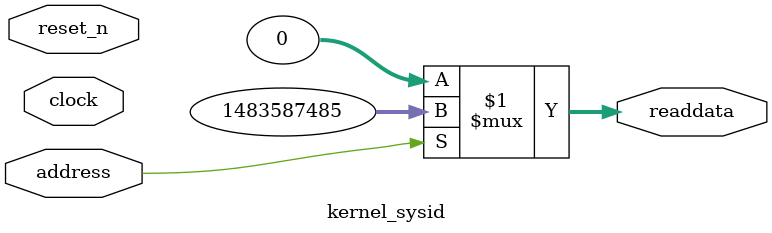
<source format=v>

`timescale 1ns / 1ps
// synthesis translate_on

// turn off superfluous verilog processor warnings 
// altera message_level Level1 
// altera message_off 10034 10035 10036 10037 10230 10240 10030 

module kernel_sysid (
               // inputs:
                address,
                clock,
                reset_n,

               // outputs:
                readdata
             )
;

  output  [ 31: 0] readdata;
  input            address;
  input            clock;
  input            reset_n;

  wire    [ 31: 0] readdata;
  //control_slave, which is an e_avalon_slave
  assign readdata = address ? 1483587485 : 0;

endmodule




</source>
